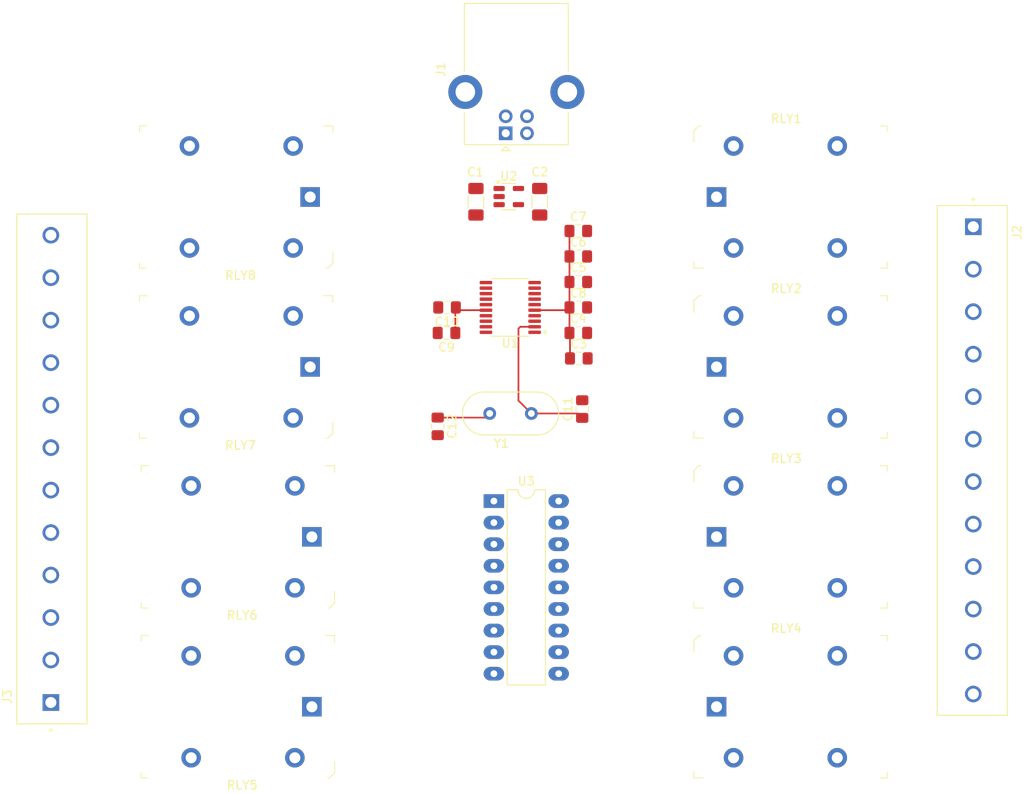
<source format=kicad_pcb>
(kicad_pcb (version 20240108) (generator "pcbnew") (generator_version "8.0")
  (layers (0 "F.Cu" signal) (31 "B.Cu" signal) (34 "B.Paste" user) (35 "F.Paste" user) (36 "B.SilkS" user "B.Silkscreen") (37 "F.SilkS" user "F.Silkscreen") (38 "B.Mask" user) (39 "F.Mask" user) (44 "Edge.Cuts" user))
  (net 0 "")
  (net 1 "USB_GND")
  (net 2 "+5V")
  (net 3 "+3.3V")
  (net 4 "Net-(U1-PF0)")
  (net 5 "Net-(U1-PF1)")
  (net 6 "/D-")
  (net 7 "/D+")
  (net 8 "Net-(J2-Pin_11)")
  (net 9 "Net-(J2-Pin_12)")
  (net 10 "Net-(J2-Pin_8)")
  (net 11 "Net-(J2-Pin_7)")
  (net 12 "Net-(J2-Pin_4)")
  (net 13 "Net-(J2-Pin_1)")
  (net 14 "Net-(J2-Pin_6)")
  (net 15 "Net-(J2-Pin_3)")
  (net 16 "Net-(J2-Pin_2)")
  (net 17 "Net-(J2-Pin_10)")
  (net 18 "Net-(J2-Pin_9)")
  (net 19 "Net-(J2-Pin_5)")
  (net 20 "Net-(J3-Pin_10)")
  (net 21 "Net-(J3-Pin_12)")
  (net 22 "Net-(J3-Pin_11)")
  (net 23 "Net-(J3-Pin_9)")
  (net 24 "Net-(J3-Pin_3)")
  (net 25 "Net-(J3-Pin_7)")
  (net 26 "Net-(J3-Pin_6)")
  (net 27 "Net-(J3-Pin_5)")
  (net 28 "Net-(J3-Pin_4)")
  (net 29 "Net-(J3-Pin_1)")
  (net 30 "Net-(J3-Pin_2)")
  (net 31 "Net-(J3-Pin_8)")
  (net 32 "/Relays/COIL_RLY1")
  (net 33 "/Relays/COIL_RLY2")
  (net 34 "/Relays/COIL_RLY3")
  (net 35 "/Relays/COIL_RLY4")
  (net 36 "/Relays/COIL_RLY5")
  (net 37 "/Relays/COIL_RLY6")
  (net 38 "/Relays/COIL_RLY7")
  (net 39 "/Relays/COIL_RLY8")
  (net 40 "Net-(U1-PA3)")
  (net 43 "Net-(U1-PA2)")
  (net 45 "Net-(U1-PA4)")
  (net 46 "Net-(U1-PA6)")
  (net 48 "Net-(U1-PA7)")
  (net 49 "Net-(U1-PA1)")
  (net 50 "Net-(U1-PA5)")
  (net 51 "Net-(U1-PA0)")
  (footprint "Capacitor_SMD:C_1206_3216Metric_Pad1.33x1.80mm_HandSolder" (layer "F.Cu") (at 98 49.5625 -90)
    (property "Reference" "C2" (at -3.5 0 180) (layer "F.SilkS"))
    (property "Value" "0.1u" (hide yes))
    (fp_line (start -0.711252 0.91) (end 0.711252 0.91) (stroke (width 0.12)) (layer "F.SilkS"))
    (fp_line (start -0.711252 -0.91) (end 0.711252 -0.91) (stroke (width 0.12)) (layer "F.SilkS"))
    (pad "1" smd roundrect (at -1.5625 0 270) (size 1.325 1.8) (layers "F.Cu" "F.Paste" "F.Mask") (roundrect_rratio 0.188679) (net 3 "+3.3V"))
    (pad "2" smd roundrect (at 1.5625 0 270) (size 1.325 1.8) (layers "F.Cu" "F.Paste" "F.Mask") (roundrect_rratio 0.188679) (net 1 "USB_GND"))
  )
  (footprint "Capacitor_SMD:C_0805_2012Metric_Pad1.18x1.45mm_HandSolder" (layer "F.Cu") (at 102.6 68)
    (property "Reference" "C3" (at 0 -1.68 0) (layer "F.SilkS"))
    (property "Value" "100nF")
    (fp_line (start -0.261252 -0.735) (end 0.261252 -0.735) (stroke (width 0.12)) (layer "F.SilkS"))
    (fp_line (start -0.261252 0.735) (end 0.261252 0.735) (stroke (width 0.12)) (layer "F.SilkS"))
    (pad "1" smd roundrect (at -1.0375 0) (size 1.175 1.45) (layers "F.Cu" "F.Paste" "F.Mask") (roundrect_rratio 0.212766) (net 3 "+3.3V"))
    (pad "2" smd roundrect (at 1.0375 0) (size 1.175 1.45) (layers "F.Cu" "F.Paste" "F.Mask") (roundrect_rratio 0.212766) (net 1 "USB_GND"))
  )
  (footprint "Capacitor_SMD:C_0805_2012Metric_Pad1.18x1.45mm_HandSolder" (layer "F.Cu") (at 87.1 62 180)
    (property "Reference" "C10" (at 0 -1.68 0) (layer "F.SilkS"))
    (property "Value" "1uF")
    (fp_line (start -0.261252 0.735) (end 0.261252 0.735) (stroke (width 0.12)) (layer "F.SilkS"))
    (fp_line (start -0.261252 -0.735) (end 0.261252 -0.735) (stroke (width 0.12)) (layer "F.SilkS"))
    (pad "1" smd roundrect (at -1.0375 0 180) (size 1.175 1.45) (layers "F.Cu" "F.Paste" "F.Mask") (roundrect_rratio 0.212766) (net 3 "+3.3V"))
    (pad "2" smd roundrect (at 1.0375 0 180) (size 1.175 1.45) (layers "F.Cu" "F.Paste" "F.Mask") (roundrect_rratio 0.212766) (net 1 "USB_GND"))
  )
  (footprint "Capacitor_SMD:C_1206_3216Metric_Pad1.33x1.80mm_HandSolder" (layer "F.Cu") (at 90.5 49.5625 -90)
    (property "Reference" "C1" (at -3.5 0.0625 180) (layer "F.SilkS"))
    (property "Value" "0.1u" (hide yes))
    (fp_line (start -0.711252 0.91) (end 0.711252 0.91) (stroke (width 0.12)) (layer "F.SilkS"))
    (fp_line (start -0.711252 -0.91) (end 0.711252 -0.91) (stroke (width 0.12)) (layer "F.SilkS"))
    (pad "1" smd roundrect (at -1.5625 0 270) (size 1.325 1.8) (layers "F.Cu" "F.Paste" "F.Mask") (roundrect_rratio 0.188679) (net 2 "+5V"))
    (pad "2" smd roundrect (at 1.5625 0 270) (size 1.325 1.8) (layers "F.Cu" "F.Paste" "F.Mask") (roundrect_rratio 0.188679) (net 1 "USB_GND"))
  )
  (footprint "digikey-footprints:Relay_THT_G5LE-14" (layer "F.Cu") (at 118.8 49)
    (property "Reference" "RLY1" (at 8.2 -9.225 0) (layer "F.SilkS"))
    (property "Value" "G5LE-14_DC5")
    (fp_line (start -2.675 -7.8) (end -2.675 -6.425) (stroke (width 0.1)) (layer "F.SilkS"))
    (fp_line (start -2.675 8.375) (end -2.675 7.6) (stroke (width 0.1)) (layer "F.SilkS"))
    (fp_line (start -2.075 -8.375) (end -2.675 -7.8) (stroke (width 0.1)) (layer "F.SilkS"))
    (fp_line (start -1.85 -8.375) (end -2.075 -8.375) (stroke (width 0.1)) (layer "F.SilkS"))
    (fp_line (start -1.55 8.375) (end -2.675 8.375) (stroke (width 0.1)) (layer "F.SilkS"))
    (fp_line (start 19.25 -8.375) (end 20.075 -8.375) (stroke (width 0.1)) (layer "F.SilkS"))
    (fp_line (start 20.075 -8.375) (end 20.075 -7.75) (stroke (width 0.1)) (layer "F.SilkS"))
    (fp_line (start 20.075 7.675) (end 20.075 8.375) (stroke (width 0.1)) (layer "F.SilkS"))
    (fp_line (start 20.075 8.375) (end 19.225 8.375) (stroke (width 0.1)) (layer "F.SilkS"))
    (pad "1" thru_hole rect (at 0 0) (size 2.3 2.3) (drill 1.3) (layers "*.Cu" "*.Mask") (net 16 "Net-(J2-Pin_2)"))
    (pad "2" thru_hole circle (at 2 6) (size 2.3 2.3) (drill 1.3) (layers "*.Cu" "*.Mask") (net 32 "/Relays/COIL_RLY1"))
    (pad "3" thru_hole circle (at 14.2 6) (size 2.3 2.3) (drill 1.3) (layers "*.Cu" "*.Mask") (net 13 "Net-(J2-Pin_1)"))
    (pad "4" thru_hole circle (at 14.2 -6) (size 2.3 2.3) (drill 1.3) (layers "*.Cu" "*.Mask") (net 15 "Net-(J2-Pin_3)"))
    (pad "5" thru_hole circle (at 2 -6) (size 2.3 2.3) (drill 1.3) (layers "*.Cu" "*.Mask") (net 1 "USB_GND"))
  )
  (footprint "Package_TO_SOT_SMD:SOT-23-5" (layer "F.Cu") (at 94.3625 48.95)
    (property "Reference" "U2" (at 0 -2.4 0) (layer "F.SilkS"))
    (property "Value" "TLV70036_SOT23-5" (hide yes))
    (fp_line (start 0 -1.56) (end -0.8 -1.56) (stroke (width 0.12)) (layer "F.SilkS"))
    (fp_line (start 0 -1.56) (end 0.8 -1.56) (stroke (width 0.12)) (layer "F.SilkS"))
    (fp_line (start 0 1.56) (end -0.8 1.56) (stroke (width 0.12)) (layer "F.SilkS"))
    (fp_line (start 0 1.56) (end 0.8 1.56) (stroke (width 0.12)) (layer "F.SilkS"))
    (fp_poly (pts (xy -1.3 -1.51) (xy -1.54 -1.84) (xy -1.06 -1.84) (xy -1.3 -1.51)) (stroke (width 0.12)) (fill solid) (layer "F.SilkS"))
    (pad "1" smd roundrect (at -1.1375 -0.95) (size 1.325 0.6) (layers "F.Cu" "F.Paste" "F.Mask") (net 2 "+5V"))
    (pad "2" smd roundrect (at -1.1375 0) (size 1.325 0.6) (layers "F.Cu" "F.Paste" "F.Mask") (net 1 "USB_GND"))
    (pad "3" smd roundrect (at -1.1375 0.95) (size 1.325 0.6) (layers "F.Cu" "F.Paste" "F.Mask") (net 1 "USB_GND"))
    (pad "4" smd roundrect (at 1.1375 0.95) (size 1.325 0.6) (layers "F.Cu" "F.Paste" "F.Mask"))
    (pad "5" smd roundrect (at 1.1375 -0.95) (size 1.325 0.6) (layers "F.Cu" "F.Paste" "F.Mask") (net 3 "+3.3V"))
  )
  (footprint "Package_DIP:DIP-18_W7.62mm_LongPads" (layer "F.Cu") (at 92.61 84.79)
    (property "Reference" "U3" (at 3.81 -2.33 0) (layer "F.SilkS"))
    (property "Value" "ULN2804A")
    (fp_line (start 1.56 -1.33) (end 1.56 21.65) (stroke (width 0.12)) (layer "F.SilkS"))
    (fp_line (start 1.56 21.65) (end 6.06 21.65) (stroke (width 0.12)) (layer "F.SilkS"))
    (fp_line (start 2.81 -1.33) (end 1.56 -1.33) (stroke (width 0.12)) (layer "F.SilkS"))
    (fp_line (start 6.06 -1.33) (end 4.81 -1.33) (stroke (width 0.12)) (layer "F.SilkS"))
    (fp_line (start 6.06 21.65) (end 6.06 -1.33) (stroke (width 0.12)) (layer "F.SilkS"))
    (fp_arc (start 4.81 -1.33) (mid 3.81 -0.33) (end 2.81 -1.33) (stroke (width 0.12)) (layer "F.SilkS"))
    (pad "1" thru_hole rect (at 0 0) (size 2.4 1.6) (drill 0.8) (layers "*.Cu" "*.Mask") (net 51 "Net-(U1-PA0)"))
    (pad "2" thru_hole oval (at 0 2.54) (size 2.4 1.6) (drill 0.8) (layers "*.Cu" "*.Mask") (net 49 "Net-(U1-PA1)"))
    (pad "3" thru_hole oval (at 0 5.08) (size 2.4 1.6) (drill 0.8) (layers "*.Cu" "*.Mask") (net 43 "Net-(U1-PA2)"))
    (pad "4" thru_hole oval (at 0 7.62) (size 2.4 1.6) (drill 0.8) (layers "*.Cu" "*.Mask") (net 40 "Net-(U1-PA3)"))
    (pad "5" thru_hole oval (at 0 10.16) (size 2.4 1.6) (drill 0.8) (layers "*.Cu" "*.Mask") (net 45 "Net-(U1-PA4)"))
    (pad "6" thru_hole oval (at 0 12.7) (size 2.4 1.6) (drill 0.8) (layers "*.Cu" "*.Mask") (net 50 "Net-(U1-PA5)"))
    (pad "7" thru_hole oval (at 0 15.24) (size 2.4 1.6) (drill 0.8) (layers "*.Cu" "*.Mask") (net 46 "Net-(U1-PA6)"))
    (pad "8" thru_hole oval (at 0 17.78) (size 2.4 1.6) (drill 0.8) (layers "*.Cu" "*.Mask") (net 48 "Net-(U1-PA7)"))
    (pad "9" thru_hole oval (at 0 20.32) (size 2.4 1.6) (drill 0.8) (layers "*.Cu" "*.Mask") (net 1 "USB_GND"))
    (pad "10" thru_hole oval (at 7.62 20.32) (size 2.4 1.6) (drill 0.8) (layers "*.Cu" "*.Mask") (net 2 "+5V"))
    (pad "11" thru_hole oval (at 7.62 17.78) (size 2.4 1.6) (drill 0.8) (layers "*.Cu" "*.Mask") (net 39 "/Relays/COIL_RLY8"))
    (pad "12" thru_hole oval (at 7.62 15.24) (size 2.4 1.6) (drill 0.8) (layers "*.Cu" "*.Mask") (net 38 "/Relays/COIL_RLY7"))
    (pad "13" thru_hole oval (at 7.62 12.7) (size 2.4 1.6) (drill 0.8) (layers "*.Cu" "*.Mask") (net 37 "/Relays/COIL_RLY6"))
    (pad "14" thru_hole oval (at 7.62 10.16) (size 2.4 1.6) (drill 0.8) (layers "*.Cu" "*.Mask") (net 36 "/Relays/COIL_RLY5"))
    (pad "15" thru_hole oval (at 7.62 7.62) (size 2.4 1.6) (drill 0.8) (layers "*.Cu" "*.Mask") (net 35 "/Relays/COIL_RLY4"))
    (pad "16" thru_hole oval (at 7.62 5.08) (size 2.4 1.6) (drill 0.8) (layers "*.Cu" "*.Mask") (net 34 "/Relays/COIL_RLY3"))
    (pad "17" thru_hole oval (at 7.62 2.54) (size 2.4 1.6) (drill 0.8) (layers "*.Cu" "*.Mask") (net 33 "/Relays/COIL_RLY2"))
    (pad "18" thru_hole oval (at 7.62 0) (size 2.4 1.6) (drill 0.8) (layers "*.Cu" "*.Mask") (net 32 "/Relays/COIL_RLY1"))
  )
  (footprint "Capacitor_SMD:C_0805_2012Metric_Pad1.18x1.45mm_HandSolder" (layer "F.Cu") (at 87.0375 65 180)
    (property "Reference" "C9" (at 0 -1.68 0) (layer "F.SilkS"))
    (property "Value" "10nF")
    (fp_line (start -0.261252 0.735) (end 0.261252 0.735) (stroke (width 0.12)) (layer "F.SilkS"))
    (fp_line (start -0.261252 -0.735) (end 0.261252 -0.735) (stroke (width 0.12)) (layer "F.SilkS"))
    (pad "1" smd roundrect (at -1.0375 0 180) (size 1.175 1.45) (layers "F.Cu" "F.Paste" "F.Mask") (roundrect_rratio 0.212766) (net 3 "+3.3V"))
    (pad "2" smd roundrect (at 1.0375 0 180) (size 1.175 1.45) (layers "F.Cu" "F.Paste" "F.Mask") (roundrect_rratio 0.212766) (net 1 "USB_GND"))
  )
  (footprint "digikey-footprints:Relay_THT_G5LE-14" (layer "F.Cu") (at 118.8 109)
    (property "Reference" "RLY4" (at 8.2 -9.225 0) (layer "F.SilkS"))
    (property "Value" "G5LE-14_DC5")
    (fp_line (start -2.675 -7.8) (end -2.675 -6.425) (stroke (width 0.1)) (layer "F.SilkS"))
    (fp_line (start -2.675 8.375) (end -2.675 7.6) (stroke (width 0.1)) (layer "F.SilkS"))
    (fp_line (start -2.075 -8.375) (end -2.675 -7.8) (stroke (width 0.1)) (layer "F.SilkS"))
    (fp_line (start -1.85 -8.375) (end -2.075 -8.375) (stroke (width 0.1)) (layer "F.SilkS"))
    (fp_line (start -1.55 8.375) (end -2.675 8.375) (stroke (width 0.1)) (layer "F.SilkS"))
    (fp_line (start 19.25 -8.375) (end 20.075 -8.375) (stroke (width 0.1)) (layer "F.SilkS"))
    (fp_line (start 20.075 -8.375) (end 20.075 -7.75) (stroke (width 0.1)) (layer "F.SilkS"))
    (fp_line (start 20.075 7.675) (end 20.075 8.375) (stroke (width 0.1)) (layer "F.SilkS"))
    (fp_line (start 20.075 8.375) (end 19.225 8.375) (stroke (width 0.1)) (layer "F.SilkS"))
    (pad "1" thru_hole rect (at 0 0) (size 2.3 2.3) (drill 1.3) (layers "*.Cu" "*.Mask") (net 9 "Net-(J2-Pin_12)"))
    (pad "2" thru_hole circle (at 2 6) (size 2.3 2.3) (drill 1.3) (layers "*.Cu" "*.Mask") (net 35 "/Relays/COIL_RLY4"))
    (pad "3" thru_hole circle (at 14.2 6) (size 2.3 2.3) (drill 1.3) (layers "*.Cu" "*.Mask") (net 17 "Net-(J2-Pin_10)"))
    (pad "4" thru_hole circle (at 14.2 -6) (size 2.3 2.3) (drill 1.3) (layers "*.Cu" "*.Mask") (net 8 "Net-(J2-Pin_11)"))
    (pad "5" thru_hole circle (at 2 -6) (size 2.3 2.3) (drill 1.3) (layers "*.Cu" "*.Mask") (net 1 "USB_GND"))
  )
  (footprint "Capacitor_SMD:C_0805_2012Metric_Pad1.18x1.45mm_HandSolder" (layer "F.Cu") (at 102.5375 62)
    (property "Reference" "C8" (at 0 -1.68 0) (layer "F.SilkS"))
    (property "Value" "4.7nF")
    (fp_line (start -0.261252 -0.735) (end 0.261252 -0.735) (stroke (width 0.12)) (layer "F.SilkS"))
    (fp_line (start -0.261252 0.735) (end 0.261252 0.735) (stroke (width 0.12)) (layer "F.SilkS"))
    (pad "1" smd roundrect (at -1.0375 0) (size 1.175 1.45) (layers "F.Cu" "F.Paste" "F.Mask") (roundrect_rratio 0.212766) (net 3 "+3.3V"))
    (pad "2" smd roundrect (at 1.0375 0) (size 1.175 1.45) (layers "F.Cu" "F.Paste" "F.Mask") (roundrect_rratio 0.212766) (net 1 "USB_GND"))
  )
  (footprint "TERM BLK 12P SIDE ENTRY 5MM PCB:PHOENIX_1935268" (layer "F.Cu") (at 144.75 50 -90)
    (property "Reference" "J2" (at 3.175 -9.385 90) (layer "F.SilkS"))
    (property "Value" "Conn_01x12")
    (fp_line (start 0 0) (end 60 0) (stroke (width 0.127)) (layer "F.SilkS"))
    (fp_line (start 0 0) (end 0 -8.25) (stroke (width 0.127)) (layer "F.SilkS"))
    (fp_line (start 60 0) (end 60 -8.25) (stroke (width 0.127)) (layer "F.SilkS"))
    (fp_line (start 0 -8.25) (end 60 -8.25) (stroke (width 0.127)) (layer "F.SilkS"))
    (fp_circle (center -0.75 -4.25) (end -0.65 -4.25) (stroke (width 0.2)) (fill none) (layer "F.SilkS"))
    (pad "1" thru_hole rect (at 2.5 -4.25 270) (size 1.95 1.95) (drill 1.3) (layers "*.Cu" "*.Mask") (net 13 "Net-(J2-Pin_1)"))
    (pad "2" thru_hole circle (at 7.5 -4.25 270) (size 1.95 1.95) (drill 1.3) (layers "*.Cu" "*.Mask") (net 16 "Net-(J2-Pin_2)"))
    (pad "3" thru_hole circle (at 12.5 -4.25 270) (size 1.95 1.95) (drill 1.3) (layers "*.Cu" "*.Mask") (net 15 "Net-(J2-Pin_3)"))
    (pad "4" thru_hole circle (at 17.5 -4.25 270) (size 1.95 1.95) (drill 1.3) (layers "*.Cu" "*.Mask") (net 12 "Net-(J2-Pin_4)"))
    (pad "5" thru_hole circle (at 22.5 -4.25 270) (size 1.95 1.95) (drill 1.3) (layers "*.Cu" "*.Mask") (net 19 "Net-(J2-Pin_5)"))
    (pad "6" thru_hole circle (at 27.5 -4.25 270) (size 1.95 1.95) (drill 1.3) (layers "*.Cu" "*.Mask") (net 14 "Net-(J2-Pin_6)"))
    (pad "7" thru_hole circle (at 32.5 -4.25 270) (size 1.95 1.95) (drill 1.3) (layers "*.Cu" "*.Mask") (net 11 "Net-(J2-Pin_7)"))
    (pad "8" thru_hole circle (at 37.5 -4.25 270) (size 1.95 1.95) (drill 1.3) (layers "*.Cu" "*.Mask") (net 10 "Net-(J2-Pin_8)"))
    (pad "9" thru_hole circle (at 42.5 -4.25 270) (size 1.95 1.95) (drill 1.3) (layers "*.Cu" "*.Mask") (net 18 "Net-(J2-Pin_9)"))
    (pad "10" thru_hole circle (at 47.5 -4.25 270) (size 1.95 1.95) (drill 1.3) (layers "*.Cu" "*.Mask") (net 17 "Net-(J2-Pin_10)"))
    (pad "11" thru_hole circle (at 52.5 -4.25 270) (size 1.95 1.95) (drill 1.3) (layers "*.Cu" "*.Mask") (net 8 "Net-(J2-Pin_11)"))
    (pad "12" thru_hole circle (at 57.5 -4.25 270) (size 1.95 1.95) (drill 1.3) (layers "*.Cu" "*.Mask") (net 9 "Net-(J2-Pin_12)"))
  )
  (footprint "Connector_USB:USB_B_Lumberg_2411_02_Horizontal" (layer "F.Cu") (at 94 41.5 90)
    (property "Reference" "J1" (at 7.5 -7.65 90) (layer "F.SilkS"))
    (property "Value" "USB_B")
    (fp_line (start 15.27 -4.86) (end 7.3 -4.86) (stroke (width 0.12)) (layer "F.SilkS"))
    (fp_line (start -1.35 -4.86) (end 2.4 -4.86) (stroke (width 0.12)) (layer "F.SilkS"))
    (fp_line (start -2.05 -0.5) (end -2.05 0.5) (stroke (width 0.12)) (layer "F.SilkS"))
    (fp_line (start -1.55 0) (end -2.05 -0.5) (stroke (width 0.12)) (layer "F.SilkS"))
    (fp_line (start -2.05 0.5) (end -1.55 0) (stroke (width 0.12)) (layer "F.SilkS"))
    (fp_line (start 15.27 7.36) (end 15.27 -4.86) (stroke (width 0.12)) (layer "F.SilkS"))
    (fp_line (start 15.27 7.36) (end 7.3 7.36) (stroke (width 0.12)) (layer "F.SilkS"))
    (fp_line (start -1.35 7.36) (end -1.35 -4.86) (stroke (width 0.12)) (layer "F.SilkS"))
    (fp_line (start -1.35 7.36) (end 2.4 7.36) (stroke (width 0.12)) (layer "F.SilkS"))
    (pad "1" thru_hole rect (at 0 0 180) (size 1.6 1.6) (drill 0.95) (layers "*.Cu" "*.Mask") (net 2 "+5V"))
    (pad "2" thru_hole circle (at 0 2.5 180) (size 1.6 1.6) (drill 0.95) (layers "*.Cu" "*.Mask") (net 6 "/D-"))
    (pad "3" thru_hole circle (at 2 2.5 180) (size 1.6 1.6) (drill 0.95) (layers "*.Cu" "*.Mask") (net 7 "/D+"))
    (pad "4" thru_hole circle (at 2 0 180) (size 1.6 1.6) (drill 0.95) (layers "*.Cu" "*.Mask") (net 1 "USB_GND"))
    (pad "5" thru_hole circle (at 4.86 -4.75 180) (size 4 4) (drill 2.3) (layers "*.Cu" "*.Mask") (net 1 "USB_GND"))
    (pad "5" thru_hole circle (at 4.86 7.25 180) (size 4 4) (drill 2.3) (layers "*.Cu" "*.Mask") (net 1 "USB_GND"))
  )
  (footprint "digikey-footprints:Relay_THT_G5LE-14" (layer "F.Cu") (at 118.8 69)
    (property "Reference" "RLY2" (at 8.2 -9.225 0) (layer "F.SilkS"))
    (property "Value" "G5LE-14_DC5")
    (fp_line (start -2.675 -7.8) (end -2.675 -6.425) (stroke (width 0.1)) (layer "F.SilkS"))
    (fp_line (start -2.675 8.375) (end -2.675 7.6) (stroke (width 0.1)) (layer "F.SilkS"))
    (fp_line (start -2.075 -8.375) (end -2.675 -7.8) (stroke (width 0.1)) (layer "F.SilkS"))
    (fp_line (start -1.85 -8.375) (end -2.075 -8.375) (stroke (width 0.1)) (layer "F.SilkS"))
    (fp_line (start -1.55 8.375) (end -2.675 8.375) (stroke (width 0.1)) (layer "F.SilkS"))
    (fp_line (start 19.25 -8.375) (end 20.075 -8.375) (stroke (width 0.1)) (layer "F.SilkS"))
    (fp_line (start 20.075 -8.375) (end 20.075 -7.75) (stroke (width 0.1)) (layer "F.SilkS"))
    (fp_line (start 20.075 7.675) (end 20.075 8.375) (stroke (width 0.1)) (layer "F.SilkS"))
    (fp_line (start 20.075 8.375) (end 19.225 8.375) (stroke (width 0.1)) (layer "F.SilkS"))
    (pad "1" thru_hole rect (at 0 0) (size 2.3 2.3) (drill 1.3) (layers "*.Cu" "*.Mask") (net 19 "Net-(J2-Pin_5)"))
    (pad "2" thru_hole circle (at 2 6) (size 2.3 2.3) (drill 1.3) (layers "*.Cu" "*.Mask") (net 33 "/Relays/COIL_RLY2"))
    (pad "3" thru_hole circle (at 14.2 6) (size 2.3 2.3) (drill 1.3) (layers "*.Cu" "*.Mask") (net 12 "Net-(J2-Pin_4)"))
    (pad "4" thru_hole circle (at 14.2 -6) (size 2.3 2.3) (drill 1.3) (layers "*.Cu" "*.Mask") (net 14 "Net-(J2-Pin_6)"))
    (pad "5" thru_hole circle (at 2 -6) (size 2.3 2.3) (drill 1.3) (layers "*.Cu" "*.Mask") (net 1 "USB_GND"))
  )
  (footprint "Capacitor_SMD:C_0805_2012Metric_Pad1.18x1.45mm_HandSolder" (layer "F.Cu") (at 102.5375 59)
    (property "Reference" "C5" (at 0 -1.68 0) (layer "F.SilkS"))
    (property "Value" "100nF")
    (fp_line (start -0.261252 -0.735) (end 0.261252 -0.735) (stroke (width 0.12)) (layer "F.SilkS"))
    (fp_line (start -0.261252 0.735) (end 0.261252 0.735) (stroke (width 0.12)) (layer "F.SilkS"))
    (pad "1" smd roundrect (at -1.0375 0) (size 1.175 1.45) (layers "F.Cu" "F.Paste" "F.Mask") (roundrect_rratio 0.212766) (net 3 "+3.3V"))
    (pad "2" smd roundrect (at 1.0375 0) (size 1.175 1.45) (layers "F.Cu" "F.Paste" "F.Mask") (roundrect_rratio 0.212766) (net 1 "USB_GND"))
  )
  (footprint "Capacitor_SMD:C_0805_2012Metric_Pad1.18x1.45mm_HandSolder" (layer "F.Cu") (at 102.5375 56)
    (property "Reference" "C6" (at 0 -1.68 0) (layer "F.SilkS"))
    (property "Value" "100nF")
    (fp_line (start -0.261252 -0.735) (end 0.261252 -0.735) (stroke (width 0.12)) (layer "F.SilkS"))
    (fp_line (start -0.261252 0.735) (end 0.261252 0.735) (stroke (width 0.12)) (layer "F.SilkS"))
    (pad "1" smd roundrect (at -1.0375 0) (size 1.175 1.45) (layers "F.Cu" "F.Paste" "F.Mask") (roundrect_rratio 0.212766) (net 3 "+3.3V"))
    (pad "2" smd roundrect (at 1.0375 0) (size 1.175 1.45) (layers "F.Cu" "F.Paste" "F.Mask") (roundrect_rratio 0.212766) (net 1 "USB_GND"))
  )
  (footprint "Crystal:Crystal_HC18-U_Vertical" (layer "F.Cu") (at 97.01875 74.48125 180)
    (property "Reference" "Y1" (at 3.51875 -3.51875 180) (layer "F.SilkS"))
    (property "Value" "Crystal" (hide yes))
    (fp_line (start -0.675 2.525) (end 5.575 2.525) (stroke (width 0.12)) (layer "F.SilkS"))
    (fp_line (start -0.675 -2.525) (end 5.575 -2.525) (stroke (width 0.12)) (layer "F.SilkS"))
    (fp_arc (start 5.575 -2.525) (mid 8.1 0) (end 5.575 2.525) (stroke (width 0.12)) (layer "F.SilkS"))
    (fp_arc (start -0.675 2.525) (mid -3.2 0) (end -0.675 -2.525) (stroke (width 0.12)) (layer "F.SilkS"))
    (pad "1" thru_hole circle (at 0 0 180) (size 1.5 1.5) (drill 0.8) (layers "*.Cu" "*.Mask") (net 4 "Net-(U1-PF0)"))
    (pad "2" thru_hole circle (at 4.9 0 180) (size 1.5 1.5) (drill 0.8) (layers "*.Cu" "*.Mask") (net 5 "Net-(U1-PF1)"))
  )
  (footprint "TERM BLK 12P SIDE ENTRY 5MM PCB:PHOENIX_1935268" (layer "F.Cu") (at 44.75 111 90)
    (property "Reference" "J3" (at 3.175 -9.385 90) (layer "F.SilkS"))
    (property "Value" "Conn_01x12")
    (fp_line (start 0 -8.25) (end 60 -8.25) (stroke (width 0.127)) (layer "F.SilkS"))
    (fp_line (start 60 0) (end 60 -8.25) (stroke (width 0.127)) (layer "F.SilkS"))
    (fp_line (start 0 0) (end 0 -8.25) (stroke (width 0.127)) (layer "F.SilkS"))
    (fp_line (start 0 0) (end 60 0) (stroke (width 0.127)) (layer "F.SilkS"))
    (fp_circle (center -0.75 -4.25) (end -0.65 -4.25) (stroke (width 0.2)) (fill none) (layer "F.SilkS"))
    (pad "1" thru_hole rect (at 2.5 -4.25 90) (size 1.95 1.95) (drill 1.3) (layers "*.Cu" "*.Mask") (net 29 "Net-(J3-Pin_1)"))
    (pad "2" thru_hole circle (at 7.5 -4.25 90) (size 1.95 1.95) (drill 1.3) (layers "*.Cu" "*.Mask") (net 30 "Net-(J3-Pin_2)"))
    (pad "3" thru_hole circle (at 12.5 -4.25 90) (size 1.95 1.95) (drill 1.3) (layers "*.Cu" "*.Mask") (net 24 "Net-(J3-Pin_3)"))
    (pad "4" thru_hole circle (at 17.5 -4.25 90) (size 1.95 1.95) (drill 1.3) (layers "*.Cu" "*.Mask") (net 28 "Net-(J3-Pin_4)"))
    (pad "5" thru_hole circle (at 22.5 -4.25 90) (size 1.95 1.95) (drill 1.3) (layers "*.Cu" "*.Mask") (net 27 "Net-(J3-Pin_5)"))
    (pad "6" thru_hole circle (at 27.5 -4.25 90) (size 1.95 1.95) (drill 1.3) (layers "*.Cu" "*.Mask") (net 26 "Net-(J3-Pin_6)"))
    (pad "7" thru_hole circle (at 32.5 -4.25 90) (size 1.95 1.95) (drill 1.3) (layers "*.Cu" "*.Mask") (net 25 "Net-(J3-Pin_7)"))
    (pad "8" thru_hole circle (at 37.5 -4.25 90) (size 1.95 1.95) (drill 1.3) (layers "*.Cu" "*.Mask") (net 31 "Net-(J3-Pin_8)"))
    (pad "9" thru_hole circle (at 42.5 -4.25 90) (size 1.95 1.95) (drill 1.3) (layers "*.Cu" "*.Mask") (net 23 "Net-(J3-Pin_9)"))
    (pad "10" thru_hole circle (at 47.5 -4.25 90) (size 1.95 1.95) (drill 1.3) (layers "*.Cu" "*.Mask") (net 20 "Net-(J3-Pin_10)"))
    (pad "11" thru_hole circle (at 52.5 -4.25 90) (size 1.95 1.95) (drill 1.3) (layers "*.Cu" "*.Mask") (net 22 "Net-(J3-Pin_11)"))
    (pad "12" thru_hole circle (at 57.5 -4.25 90) (size 1.95 1.95) (drill 1.3) (layers "*.Cu" "*.Mask") (net 21 "Net-(J3-Pin_12)"))
  )
  (footprint "Capacitor_SMD:C_0805_2012Metric_Pad1.18x1.45mm_HandSolder" (layer "F.Cu") (at 102.5375 53)
    (property "Reference" "C7" (at 0 -1.68 0) (layer "F.SilkS"))
    (property "Value" "100nF")
    (fp_line (start -0.261252 -0.735) (end 0.261252 -0.735) (stroke (width 0.12)) (layer "F.SilkS"))
    (fp_line (start -0.261252 0.735) (end 0.261252 0.735) (stroke (width 0.12)) (layer "F.SilkS"))
    (pad "1" smd roundrect (at -1.0375 0) (size 1.175 1.45) (layers "F.Cu" "F.Paste" "F.Mask") (roundrect_rratio 0.212766) (net 3 "+3.3V"))
    (pad "2" smd roundrect (at 1.0375 0) (size 1.175 1.45) (layers "F.Cu" "F.Paste" "F.Mask") (roundrect_rratio 0.212766) (net 1 "USB_GND"))
  )
  (footprint "digikey-footprints:Relay_THT_G5LE-14" (layer "F.Cu") (at 71 69 180)
    (property "Reference" "RLY7" (at 8.2 -9.225 0) (layer "F.SilkS"))
    (property "Value" "G5LE-14_DC5")
    (fp_line (start 20.075 8.375) (end 19.225 8.375) (stroke (width 0.1)) (layer "F.SilkS"))
    (fp_line (start 20.075 7.675) (end 20.075 8.375) (stroke (width 0.1)) (layer "F.SilkS"))
    (fp_line (start 20.075 -8.375) (end 20.075 -7.75) (stroke (width 0.1)) (layer "F.SilkS"))
    (fp_line (start 19.25 -8.375) (end 20.075 -8.375) (stroke (width 0.1)) (layer "F.SilkS"))
    (fp_line (start -1.55 8.375) (end -2.675 8.375) (stroke (width 0.1)) (layer "F.SilkS"))
    (fp_line (start -1.85 -8.375) (end -2.075 -8.375) (stroke (width 0.1)) (layer "F.SilkS"))
    (fp_line (start -2.075 -8.375) (end -2.675 -7.8) (stroke (width 0.1)) (layer "F.SilkS"))
    (fp_line (start -2.675 8.375) (end -2.675 7.6) (stroke (width 0.1)) (layer "F.SilkS"))
    (fp_line (start -2.675 -7.8) (end -2.675 -6.425) (stroke (width 0.1)) (layer "F.SilkS"))
    (pad "1" thru_hole rect (at 0 0 180) (size 2.3 2.3) (drill 1.3) (layers "*.Cu" "*.Mask") (net 31 "Net-(J3-Pin_8)"))
    (pad "2" thru_hole circle (at 2 6 180) (size 2.3 2.3) (drill 1.3) (layers "*.Cu" "*.Mask") (net 38 "/Relays/COIL_RLY7"))
    (pad "3" thru_hole circle (at 14.2 6 180) (size 2.3 2.3) (drill 1.3) (layers "*.Cu" "*.Mask") (net 25 "Net-(J3-Pin_7)"))
    (pad "4" thru_hole circle (at 14.2 -6 180) (size 2.3 2.3) (drill 1.3) (layers "*.Cu" "*.Mask") (net 23 "Net-(J3-Pin_9)"))
    (pad "5" thru_hole circle (at 2 -6 180) (size 2.3 2.3) (drill 1.3) (layers "*.Cu" "*.Mask") (net 1 "USB_GND"))
  )
  (footprint "digikey-footprints:Relay_THT_G5LE-14" (layer "F.Cu") (at 118.8 89)
    (property "Reference" "RLY3" (at 8.2 -9.225 0) (layer "F.SilkS"))
    (property "Value" "G5LE-14_DC5")
    (fp_line (start -2.675 -7.8) (end -2.675 -6.425) (stroke (width 0.1)) (layer "F.SilkS"))
    (fp_line (start -2.675 8.375) (end -2.675 7.6) (stroke (width 0.1)) (layer "F.SilkS"))
    (fp_line (start -2.075 -8.375) (end -2.675 -7.8) (stroke (width 0.1)) (layer "F.SilkS"))
    (fp_line (start -1.85 -8.375) (end -2.075 -8.375) (stroke (width 0.1)) (layer "F.SilkS"))
    (fp_line (start -1.55 8.375) (end -2.675 8.375) (stroke (width 0.1)) (layer "F.SilkS"))
    (fp_line (start 19.25 -8.375) (end 20.075 -8.375) (stroke (width 0.1)) (layer "F.SilkS"))
    (fp_line (start 20.075 -8.375) (end 20.075 -7.75) (stroke (width 0.1)) (layer "F.SilkS"))
    (fp_line (start 20.075 7.675) (end 20.075 8.375) (stroke (width 0.1)) (layer "F.SilkS"))
    (fp_line (start 20.075 8.375) (end 19.225 8.375) (stroke (width 0.1)) (layer "F.SilkS"))
    (pad "1" thru_hole rect (at 0 0) (size 2.3 2.3) (drill 1.3) (layers "*.Cu" "*.Mask") (net 10 "Net-(J2-Pin_8)"))
    (pad "2" thru_hole circle (at 2 6) (size 2.3 2.3) (drill 1.3) (layers "*.Cu" "*.Mask") (net 34 "/Relays/COIL_RLY3"))
    (pad "3" thru_hole circle (at 14.2 6) (size 2.3 2.3) (drill 1.3) (layers "*.Cu" "*.Mask") (net 11 "Net-(J2-Pin_7)"))
    (pad "4" thru_hole circle (at 14.2 -6) (size 2.3 2.3) (drill 1.3) (layers "*.Cu" "*.Mask") (net 18 "Net-(J2-Pin_9)"))
    (pad "5" thru_hole circle (at 2 -6) (size 2.3 2.3) (drill 1.3) (layers "*.Cu" "*.Mask") (net 1 "USB_GND"))
  )
  (footprint "Package_SO:TSSOP-20_4.4x6.5mm_P0.65mm" (layer "F.Cu") (at 94.5375 62 180)
    (property "Reference" "U1" (at 0 -4.2 0) (layer "F.SilkS"))
    (property "Value" "STM32F070F6Px" (hide yes))
    (fp_line (start 0 3.385) (end 2.2 3.385) (stroke (width 0.12)) (layer "F.SilkS"))
    (fp_line (start 0 3.385) (end -2.2 3.385) (stroke (width 0.12)) (layer "F.SilkS"))
    (fp_line (start 0 -3.385) (end 2.2 -3.385) (stroke (width 0.12)) (layer "F.SilkS"))
    (fp_line (start 0 -3.385) (end -2.2 -3.385) (stroke (width 0.12)) (layer "F.SilkS"))
    (fp_poly (pts (xy -3.86 -2.925) (xy -4.19 -3.165) (xy -4.19 -2.685) (xy -3.86 -2.925)) (stroke (width 0.12)) (fill solid) (layer "F.SilkS"))
    (pad "1" smd roundrect (at -2.8625 -2.925 180) (size 1.475 0.4) (layers "F.Cu" "F.Paste" "F.Mask"))
    (pad "2" smd roundrect (at -2.8625 -2.275 180) (size 1.475 0.4) (layers "F.Cu" "F.Paste" "F.Mask") (net 4 "Net-(U1-PF0)"))
    (pad "3" smd roundrect (at -2.8625 -1.625 180) (size 1.475 0.4) (layers "F.Cu" "F.Paste" "F.Mask") (net 5 "Net-(U1-PF1)"))
    (pad "4" smd roundrect (at -2.8625 -0.975 180) (size 1.475 0.4) (layers "F.Cu" "F.Paste" "F.Mask"))
    (pad "5" smd roundrect (at -2.8625 -0.325 180) (size 1.475 0.4) (layers "F.Cu" "F.Paste" "F.Mask") (net 3 "+3.3V"))
    (pad "6" smd roundrect (at -2.8625 0.325 180) (size 1.475 0.4) (layers "F.Cu" "F.Paste" "F.Mask") (net 51 "Net-(U1-PA0)"))
    (pad "7" smd roundrect (at -2.8625 0.975 180) (size 1.475 0.4) (layers "F.Cu" "F.Paste" "F.Mask") (net 49 "Net-(U1-PA1)"))
    (pad "8" smd roundrect (at -2.8625 1.625 180) (size 1.475 0.4) (layers "F.Cu" "F.Paste" "F.Mask") (net 43 "Net-(U1-PA2)"))
    (pad "9" smd roundrect (at -2.8625 2.275 180) (size 1.475 0.4) (layers "F.Cu" "F.Paste" "F.Mask") (net 40 "Net-(U1-PA3)"))
    (pad "10" smd roundrect (at -2.8625 2.925 180) (size 1.475 0.4) (layers "F.Cu" "F.Paste" "F.Mask") (net 45 "Net-(U1-PA4)"))
    (pad "11" smd roundrect (at 2.8625 2.925 180) (size 1.475 0.4) (layers "F.Cu" "F.Paste" "F.Mask") (net 50 "Net-(U1-PA5)"))
    (pad "12" smd roundrect (at 2.8625 2.275 180) (size 1.475 0.4) (layers "F.Cu" "F.Paste" "F.Mask") (net 46 "Net-(U1-PA6)"))
    (pad "13" smd roundrect (at 2.8625 1.625 180) (size 1.475 0.4) (layers "F.Cu" "F.Paste" "F.Mask") (net 48 "Net-(U1-PA7)"))
    (pad "14" smd roundrect (at 2.8625 0.975 180) (size 1.475 0.4) (layers "F.Cu" "F.Paste" "F.Mask"))
    (pad "15" smd roundrect (at 2.8625 0.325 180) (size 1.475 0.4) (layers "F.Cu" "F.Paste" "F.Mask") (net 1 "USB_GND"))
    (pad "16" smd roundrect (at 2.8625 -0.325 180) (size 1.475 0.4) (layers "F.Cu" "F.Paste" "F.Mask") (net 3 "+3.3V"))
    (pad "17" smd roundrect (at 2.8625 -0.975 180) (size 1.475 0.4) (layers "F.Cu" "F.Paste" "F.Mask") (net 6 "/D-"))
    (pad "18" smd roundrect (at 2.8625 -1.625 180) (size 1.475 0.4) (layers "F.Cu" "F.Paste" "F.Mask") (net 7 "/D+"))
    (pad "19" smd roundrect (at 2.8625 -2.275 180) (size 1.475 0.4) (layers "F.Cu" "F.Paste" "F.Mask"))
    (pad "20" smd roundrect (at 2.8625 -2.925 180) (size 1.475 0.4) (layers "F.Cu" "F.Paste" "F.Mask"))
  )
  (footprint "digikey-footprints:Relay_THT_G5LE-14" (layer "F.Cu") (at 71.2 109 180)
    (property "Reference" "RLY5" (at 8.2 -9.225 0) (layer "F.SilkS"))
    (property "Value" "G5LE-14_DC5")
    (fp_line (start 20.075 8.375) (end 19.225 8.375) (stroke (width 0.1)) (layer "F.SilkS"))
    (fp_line (start 20.075 7.675) (end 20.075 8.375) (stroke (width 0.1)) (layer "F.SilkS"))
    (fp_line (start 20.075 -8.375) (end 20.075 -7.75) (stroke (width 0.1)) (layer "F.SilkS"))
    (fp_line (start 19.25 -8.375) (end 20.075 -8.375) (stroke (width 0.1)) (layer "F.SilkS"))
    (fp_line (start -1.55 8.375) (end -2.675 8.375) (stroke (width 0.1)) (layer "F.SilkS"))
    (fp_line (start -1.85 -8.375) (end -2.075 -8.375) (stroke (width 0.1)) (layer "F.SilkS"))
    (fp_line (start -2.075 -8.375) (end -2.675 -7.8) (stroke (width 0.1)) (layer "F.SilkS"))
    (fp_line (start -2.675 8.375) (end -2.675 7.6) (stroke (width 0.1)) (layer "F.SilkS"))
    (fp_line (start -2.675 -7.8) (end -2.675 -6.425) (stroke (width 0.1)) (layer "F.SilkS"))
    (pad "1" thru_hole rect (at 0 0 180) (size 2.3 2.3) (drill 1.3) (layers "*.Cu" "*.Mask") (net 30 "Net-(J3-Pin_2)"))
    (pad "2" thru_hole circle (at 2 6 180) (size 2.3 2.3) (drill 1.3) (layers "*.Cu" "*.Mask") (net 36 "/Relays/COIL_RLY5"))
    (pad "3" thru_hole circle (at 14.2 6 180) (size 2.3 2.3) (drill 1.3) (layers "*.Cu" "*.Mask") (net 29 "Net-(J3-Pin_1)"))
    (pad "4" thru_hole circle (at 14.2 -6 180) (size 2.3 2.3) (drill 1.3) (layers "*.Cu" "*.Mask") (net 24 "Net-(J3-Pin_3)"))
    (pad "5" thru_hole circle (at 2 -6 180) (size 2.3 2.3) (drill 1.3) (layers "*.Cu" "*.Mask") (net 1 "USB_GND"))
  )
  (footprint "Capacitor_SMD:C_0805_2012Metric_Pad1.18x1.45mm_HandSolder" (layer "F.Cu") (at 102.5375 65)
    (property "Reference" "C4" (at 0 -1.68 0) (layer "F.SilkS"))
    (property "Value" "100nF")
    (fp_line (start -0.261252 -0.735) (end 0.261252 -0.735) (stroke (width 0.12)) (layer "F.SilkS"))
    (fp_line (start -0.261252 0.735) (end 0.261252 0.735) (stroke (width 0.12)) (layer "F.SilkS"))
    (pad "1" smd roundrect (at -1.0375 0) (size 1.175 1.45) (layers "F.Cu" "F.Paste" "F.Mask") (roundrect_rratio 0.212766) (net 3 "+3.3V"))
    (pad "2" smd roundrect (at 1.0375 0) (size 1.175 1.45) (layers "F.Cu" "F.Paste" "F.Mask") (roundrect_rratio 0.212766) (net 1 "USB_GND"))
  )
  (footprint "Capacitor_SMD:C_0805_2012Metric_Pad1.18x1.45mm_HandSolder" (layer "F.Cu") (at 103 73.9625 90)
    (property "Reference" "C11" (at 0 -1.68 90) (layer "F.SilkS"))
    (property "Value" "18pF")
    (fp_line (start -0.261252 -0.735) (end 0.261252 -0.735) (stroke (width 0.12)) (layer "F.SilkS"))
    (fp_line (start -0.261252 0.735) (end 0.261252 0.735) (stroke (width 0.12)) (layer "F.SilkS"))
    (pad "1" smd roundrect (at -1.0375 0 90) (size 1.175 1.45) (layers "F.Cu" "F.Paste" "F.Mask") (roundrect_rratio 0.212766) (net 4 "Net-(U1-PF0)"))
    (pad "2" smd roundrect (at 1.0375 0 90) (size 1.175 1.45) (layers "F.Cu" "F.Paste" "F.Mask") (roundrect_rratio 0.212766) (net 1 "USB_GND"))
  )
  (footprint "Capacitor_SMD:C_0805_2012Metric_Pad1.18x1.45mm_HandSolder" (layer "F.Cu") (at 86 76 -90)
    (property "Reference" "C12" (at 0 -1.68 90) (layer "F.SilkS"))
    (property "Value" "18pF")
    (fp_line (start -0.261252 0.735) (end 0.261252 0.735) (stroke (width 0.12)) (layer "F.SilkS"))
    (fp_line (start -0.261252 -0.735) (end 0.261252 -0.735) (stroke (width 0.12)) (layer "F.SilkS"))
    (pad "1" smd roundrect (at -1.0375 0 270) (size 1.175 1.45) (layers "F.Cu" "F.Paste" "F.Mask") (roundrect_rratio 0.212766) (net 5 "Net-(U1-PF1)"))
    (pad "2" smd roundrect (at 1.0375 0 270) (size 1.175 1.45) (layers "F.Cu" "F.Paste" "F.Mask") (roundrect_rratio 0.212766) (net 1 "USB_GND"))
  )
  (footprint "digikey-footprints:Relay_THT_G5LE-14" (layer "F.Cu") (at 71 49 180)
    (property "Reference" "RLY8" (at 8.2 -9.225 0) (layer "F.SilkS"))
    (property "Value" "G5LE-14_DC5")
    (fp_line (start 20.075 8.375) (end 19.225 8.375) (stroke (width 0.1)) (layer "F.SilkS"))
    (fp_line (start 20.075 7.675) (end 20.075 8.375) (stroke (width 0.1)) (layer "F.SilkS"))
    (fp_line (start 20.075 -8.375) (end 20.075 -7.75) (stroke (width 0.1)) (layer "F.SilkS"))
    (fp_line (start 19.25 -8.375) (end 20.075 -8.375) (stroke (width 0.1)) (layer "F.SilkS"))
    (fp_line (start -1.55 8.375) (end -2.675 8.375) (stroke (width 0.1)) (layer "F.SilkS"))
    (fp_line (start -1.85 -8.375) (end -2.075 -8.375) (stroke (width 0.1)) (layer "F.SilkS"))
    (fp_line (start -2.075 -8.375) (end -2.675 -7.8) (stroke (width 0.1)) (layer "F.SilkS"))
    (fp_line (start -2.675 8.375) (end -2.675 7.6) (stroke (width 0.1)) (layer "F.SilkS"))
    (fp_line (start -2.675 -7.8) (end -2.675 -6.425) (stroke (width 0.1)) (layer "F.SilkS"))
    (pad "1" thru_hole rect (at 0 0 180) (size 2.3 2.3) (drill 1.3) (layers "*.Cu" "*.Mask") (net 21 "Net-(J3-Pin_12)"))
    (pad "2" thru_hole circle (at 2 6 180) (size 2.3 2.3) (drill 1.3) (layers "*.Cu" "*.Mask") (net 39 "/Relays/COIL_RLY8"))
    (pad "3" thru_hole circle (at 14.2 6 180) (size 2.3 2.3) (drill 1.3) (layers "*.Cu" "*.Mask") (net 20 "Net-(J3-Pin_10)"))
    (pad "4" thru_hole circle (at 14.2 -6 180) (size 2.3 2.3) (drill 1.3) (layers "*.Cu" "*.Mask") (net 22 "Net-(J3-Pin_11)"))
    (pad "5" thru_hole circle (at 2 -6 180) (size 2.3 2.3) (drill 1.3) (layers "*.Cu" "*.Mask") (net 1 "USB_GND"))
  )
  (footprint "digikey-footprints:Relay_THT_G5LE-14" (layer "F.Cu") (at 71.2 89 180)
    (property "Reference" "RLY6" (at 8.2 -9.225 0) (layer "F.SilkS"))
    (property "Value" "G5LE-14_DC5")
    (fp_line (start 20.075 8.375) (end 19.225 8.375) (stroke (width 0.1)) (layer "F.SilkS"))
    (fp_line (start 20.075 7.675) (end 20.075 8.375) (stroke (width 0.1)) (layer "F.SilkS"))
    (fp_line (start 20.075 -8.375) (end 20.075 -7.75) (stroke (width 0.1)) (layer "F.SilkS"))
    (fp_line (start 19.25 -8.375) (end 20.075 -8.375) (stroke (width 0.1)) (layer "F.SilkS"))
    (fp_line (start -1.55 8.375) (end -2.675 8.375) (stroke (width 0.1)) (layer "F.SilkS"))
    (fp_line (start -1.85 -8.375) (end -2.075 -8.375) (stroke (width 0.1)) (layer "F.SilkS"))
    (fp_line (start -2.075 -8.375) (end -2.675 -7.8) (stroke (width 0.1)) (layer "F.SilkS"))
    (fp_line (start -2.675 8.375) (end -2.675 7.6) (stroke (width 0.1)) (layer "F.SilkS"))
    (fp_line (start -2.675 -7.8) (end -2.675 -6.425) (stroke (width 0.1)) (layer "F.SilkS"))
    (pad "1" thru_hole rect (at 0 0 180) (size 2.3 2.3) (drill 1.3) (layers "*.Cu" "*.Mask") (net 27 "Net-(J3-Pin_5)"))
    (pad "2" thru_hole circle (at 2 6 180) (size 2.3 2.3) (drill 1.3) (layers "*.Cu" "*.Mask") (net 37 "/Relays/COIL_RLY6"))
    (pad "3" thru_hole circle (at 14.2 6 180) (size 2.3 2.3) (drill 1.3) (layers "*.Cu" "*.Mask") (net 28 "Net-(J3-Pin_4)"))
    (pad "4" thru_hole circle (at 14.2 -6 180) (size 2.3 2.3) (drill 1.3) (layers "*.Cu" "*.Mask") (net 26 "Net-(J3-Pin_6)"))
    (pad "5" thru_hole circle (at 2 -6 180) (size 2.3 2.3) (drill 1.3) (layers "*.Cu" "*.Mask") (net 1 "USB_GND"))
  )
  (segment (start 101.5625 65.0625) (end 101.5 65) (width 0.2) (layer "F.Cu") (net 3))
  (segment (start 101.175 62.325) (end 97.4 62.325) (width 0.2) (layer "F.Cu") (net 3))
  (segment (start 101.5 56) (end 101.5 59) (width 0.2) (layer "F.Cu") (net 3))
  (segment (start 88.075 62.0625) (end 88.1375 62) (width 0.2) (layer "F.Cu") (net 3))
  (segment (start 101.5 59) (end 101.5 62) (width 0.2) (layer "F.Cu") (net 3))
  (segment (start 101.5 53) (end 101.5 56) (width 0.2) (layer "F.Cu") (net 3))
  (segment (start 91.675 62.325) (end 88.4625 62.325) (width 0.2) (layer "F.Cu") (net 3))
  (segment (start 101.5 62) (end 101.175 62.325) (width 0.2) (layer "F.Cu") (net 3))
  (segment (start 101.5 65) (end 101.5 62) (width 0.2) (layer "F.Cu") (net 3))
  (segment (start 88.4625 62.325) (end 88.1375 62) (width 0.2) (layer "F.Cu") (net 3))
  (segment (start 101.5625 68) (end 101.5625 65.0625) (width 0.2) (layer "F.Cu") (net 3))
  (segment (start 88.075 65) (end 88.075 62.0625) (width 0.2) (layer "F.Cu") (net 3))
  (segment (start 95.5 72.9625) (end 97.01875 74.48125) (width 0.2) (layer "F.Cu") (net 4))
  (segment (start 95.5 64.5) (end 95.5 72.9625) (width 0.2) (layer "F.Cu") (net 4))
  (segment (start 95.725 64.275) (end 95.5 64.5) (width 0.2) (layer "F.Cu") (net 4))
  (segment (start 97.01875 74.48125) (end 102.48125 74.48125) (width 0.2) (layer "F.Cu") (net 4))
  (segment (start 102.48125 74.48125) (end 103 75) (width 0.2) (layer "F.Cu") (net 4))
  (segment (start 97.4 64.275) (end 95.725 64.275) (width 0.2) (layer "F.Cu") (net 4))
  (segment (start 91.6375 74.9625) (end 92.11875 74.48125) (width 0.2) (layer "F.Cu") (net 5))
  (segment (start 86 74.9625) (end 91.6375 74.9625) (width 0.2) (layer "F.Cu") (net 5))
)
</source>
